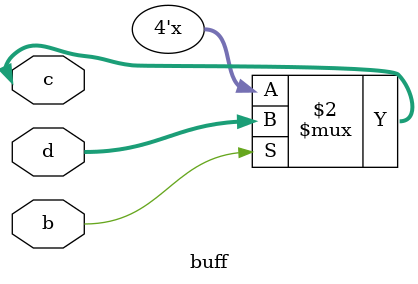
<source format=v>
module buff(input [3:0]d, input b, inout [3:0]c);

//always @(*) begin
//		if(b == 1) begin
//			c[0] = d[0];
//			c[1] = d[1];
//			c[2] = d[2];
//			c[3] = d[3];    
//		end // end of if b is turned on
//		
//		else begin
//		//this is how you put z; 
//		c[0] = 1'bz;
//		c[1] = 1'bz;
//		c[2] = 1'bz;
//		c[3] = 1'bz;
//
//		end // end of if b == 0
		
		assign c =(b==1)? d : 4'bz;
		
//end //always end block
endmodule 
</source>
